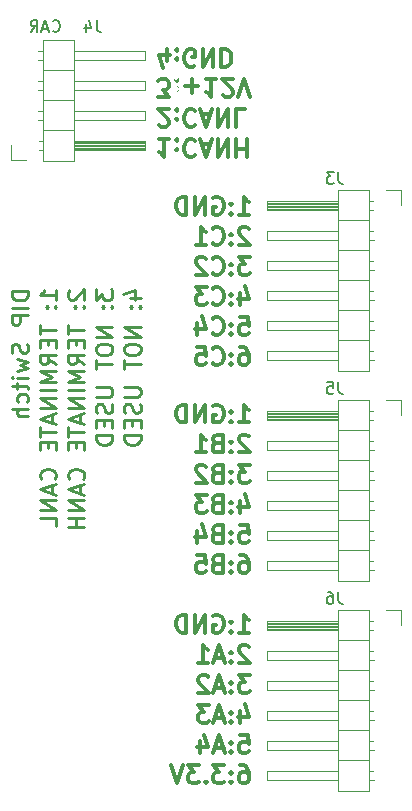
<source format=gbo>
G04 #@! TF.FileFunction,Legend,Bot*
%FSLAX46Y46*%
G04 Gerber Fmt 4.6, Leading zero omitted, Abs format (unit mm)*
G04 Created by KiCad (PCBNEW 4.0.7) date Saturday, May 19, 2018 'PMt' 08:47:35 PM*
%MOMM*%
%LPD*%
G01*
G04 APERTURE LIST*
%ADD10C,0.100000*%
%ADD11C,0.300000*%
%ADD12C,0.280000*%
%ADD13C,0.120000*%
%ADD14C,0.150000*%
%ADD15C,6.800000*%
%ADD16C,0.480000*%
%ADD17R,1.400000X1.400000*%
%ADD18O,1.400000X1.400000*%
%ADD19R,2.100000X2.100000*%
%ADD20O,2.100000X2.100000*%
%ADD21R,2.000000X2.000000*%
%ADD22O,2.000000X2.000000*%
G04 APERTURE END LIST*
D10*
D11*
X244057143Y-107303571D02*
X244914286Y-107303571D01*
X244485714Y-107303571D02*
X244485714Y-105803571D01*
X244628571Y-106017857D01*
X244771429Y-106160714D01*
X244914286Y-106232143D01*
X243414286Y-107160714D02*
X243342858Y-107232143D01*
X243414286Y-107303571D01*
X243485715Y-107232143D01*
X243414286Y-107160714D01*
X243414286Y-107303571D01*
X243414286Y-106375000D02*
X243342858Y-106446429D01*
X243414286Y-106517857D01*
X243485715Y-106446429D01*
X243414286Y-106375000D01*
X243414286Y-106517857D01*
X241914286Y-105875000D02*
X242057143Y-105803571D01*
X242271429Y-105803571D01*
X242485714Y-105875000D01*
X242628572Y-106017857D01*
X242700000Y-106160714D01*
X242771429Y-106446429D01*
X242771429Y-106660714D01*
X242700000Y-106946429D01*
X242628572Y-107089286D01*
X242485714Y-107232143D01*
X242271429Y-107303571D01*
X242128572Y-107303571D01*
X241914286Y-107232143D01*
X241842857Y-107160714D01*
X241842857Y-106660714D01*
X242128572Y-106660714D01*
X241200000Y-107303571D02*
X241200000Y-105803571D01*
X240342857Y-107303571D01*
X240342857Y-105803571D01*
X239628571Y-107303571D02*
X239628571Y-105803571D01*
X239271428Y-105803571D01*
X239057143Y-105875000D01*
X238914285Y-106017857D01*
X238842857Y-106160714D01*
X238771428Y-106446429D01*
X238771428Y-106660714D01*
X238842857Y-106946429D01*
X238914285Y-107089286D01*
X239057143Y-107232143D01*
X239271428Y-107303571D01*
X239628571Y-107303571D01*
X244914286Y-108496429D02*
X244842857Y-108425000D01*
X244700000Y-108353571D01*
X244342857Y-108353571D01*
X244200000Y-108425000D01*
X244128571Y-108496429D01*
X244057143Y-108639286D01*
X244057143Y-108782143D01*
X244128571Y-108996429D01*
X244985714Y-109853571D01*
X244057143Y-109853571D01*
X243414286Y-109710714D02*
X243342858Y-109782143D01*
X243414286Y-109853571D01*
X243485715Y-109782143D01*
X243414286Y-109710714D01*
X243414286Y-109853571D01*
X243414286Y-108925000D02*
X243342858Y-108996429D01*
X243414286Y-109067857D01*
X243485715Y-108996429D01*
X243414286Y-108925000D01*
X243414286Y-109067857D01*
X242771429Y-109425000D02*
X242057143Y-109425000D01*
X242914286Y-109853571D02*
X242414286Y-108353571D01*
X241914286Y-109853571D01*
X240628572Y-109853571D02*
X241485715Y-109853571D01*
X241057143Y-109853571D02*
X241057143Y-108353571D01*
X241200000Y-108567857D01*
X241342858Y-108710714D01*
X241485715Y-108782143D01*
X244985714Y-110903571D02*
X244057143Y-110903571D01*
X244557143Y-111475000D01*
X244342857Y-111475000D01*
X244200000Y-111546429D01*
X244128571Y-111617857D01*
X244057143Y-111760714D01*
X244057143Y-112117857D01*
X244128571Y-112260714D01*
X244200000Y-112332143D01*
X244342857Y-112403571D01*
X244771429Y-112403571D01*
X244914286Y-112332143D01*
X244985714Y-112260714D01*
X243414286Y-112260714D02*
X243342858Y-112332143D01*
X243414286Y-112403571D01*
X243485715Y-112332143D01*
X243414286Y-112260714D01*
X243414286Y-112403571D01*
X243414286Y-111475000D02*
X243342858Y-111546429D01*
X243414286Y-111617857D01*
X243485715Y-111546429D01*
X243414286Y-111475000D01*
X243414286Y-111617857D01*
X242771429Y-111975000D02*
X242057143Y-111975000D01*
X242914286Y-112403571D02*
X242414286Y-110903571D01*
X241914286Y-112403571D01*
X241485715Y-111046429D02*
X241414286Y-110975000D01*
X241271429Y-110903571D01*
X240914286Y-110903571D01*
X240771429Y-110975000D01*
X240700000Y-111046429D01*
X240628572Y-111189286D01*
X240628572Y-111332143D01*
X240700000Y-111546429D01*
X241557143Y-112403571D01*
X240628572Y-112403571D01*
X244200000Y-113953571D02*
X244200000Y-114953571D01*
X244557143Y-113382143D02*
X244914286Y-114453571D01*
X243985714Y-114453571D01*
X243414286Y-114810714D02*
X243342858Y-114882143D01*
X243414286Y-114953571D01*
X243485715Y-114882143D01*
X243414286Y-114810714D01*
X243414286Y-114953571D01*
X243414286Y-114025000D02*
X243342858Y-114096429D01*
X243414286Y-114167857D01*
X243485715Y-114096429D01*
X243414286Y-114025000D01*
X243414286Y-114167857D01*
X242771429Y-114525000D02*
X242057143Y-114525000D01*
X242914286Y-114953571D02*
X242414286Y-113453571D01*
X241914286Y-114953571D01*
X241557143Y-113453571D02*
X240628572Y-113453571D01*
X241128572Y-114025000D01*
X240914286Y-114025000D01*
X240771429Y-114096429D01*
X240700000Y-114167857D01*
X240628572Y-114310714D01*
X240628572Y-114667857D01*
X240700000Y-114810714D01*
X240771429Y-114882143D01*
X240914286Y-114953571D01*
X241342858Y-114953571D01*
X241485715Y-114882143D01*
X241557143Y-114810714D01*
X244128571Y-116003571D02*
X244842857Y-116003571D01*
X244914286Y-116717857D01*
X244842857Y-116646429D01*
X244700000Y-116575000D01*
X244342857Y-116575000D01*
X244200000Y-116646429D01*
X244128571Y-116717857D01*
X244057143Y-116860714D01*
X244057143Y-117217857D01*
X244128571Y-117360714D01*
X244200000Y-117432143D01*
X244342857Y-117503571D01*
X244700000Y-117503571D01*
X244842857Y-117432143D01*
X244914286Y-117360714D01*
X243414286Y-117360714D02*
X243342858Y-117432143D01*
X243414286Y-117503571D01*
X243485715Y-117432143D01*
X243414286Y-117360714D01*
X243414286Y-117503571D01*
X243414286Y-116575000D02*
X243342858Y-116646429D01*
X243414286Y-116717857D01*
X243485715Y-116646429D01*
X243414286Y-116575000D01*
X243414286Y-116717857D01*
X242771429Y-117075000D02*
X242057143Y-117075000D01*
X242914286Y-117503571D02*
X242414286Y-116003571D01*
X241914286Y-117503571D01*
X240771429Y-116503571D02*
X240771429Y-117503571D01*
X241128572Y-115932143D02*
X241485715Y-117003571D01*
X240557143Y-117003571D01*
X244200000Y-118553571D02*
X244485714Y-118553571D01*
X244628571Y-118625000D01*
X244700000Y-118696429D01*
X244842857Y-118910714D01*
X244914286Y-119196429D01*
X244914286Y-119767857D01*
X244842857Y-119910714D01*
X244771429Y-119982143D01*
X244628571Y-120053571D01*
X244342857Y-120053571D01*
X244200000Y-119982143D01*
X244128571Y-119910714D01*
X244057143Y-119767857D01*
X244057143Y-119410714D01*
X244128571Y-119267857D01*
X244200000Y-119196429D01*
X244342857Y-119125000D01*
X244628571Y-119125000D01*
X244771429Y-119196429D01*
X244842857Y-119267857D01*
X244914286Y-119410714D01*
X243414286Y-119910714D02*
X243342858Y-119982143D01*
X243414286Y-120053571D01*
X243485715Y-119982143D01*
X243414286Y-119910714D01*
X243414286Y-120053571D01*
X243414286Y-119125000D02*
X243342858Y-119196429D01*
X243414286Y-119267857D01*
X243485715Y-119196429D01*
X243414286Y-119125000D01*
X243414286Y-119267857D01*
X242842857Y-118553571D02*
X241914286Y-118553571D01*
X242414286Y-119125000D01*
X242200000Y-119125000D01*
X242057143Y-119196429D01*
X241985714Y-119267857D01*
X241914286Y-119410714D01*
X241914286Y-119767857D01*
X241985714Y-119910714D01*
X242057143Y-119982143D01*
X242200000Y-120053571D01*
X242628572Y-120053571D01*
X242771429Y-119982143D01*
X242842857Y-119910714D01*
X241271429Y-119910714D02*
X241200001Y-119982143D01*
X241271429Y-120053571D01*
X241342858Y-119982143D01*
X241271429Y-119910714D01*
X241271429Y-120053571D01*
X240700000Y-118553571D02*
X239771429Y-118553571D01*
X240271429Y-119125000D01*
X240057143Y-119125000D01*
X239914286Y-119196429D01*
X239842857Y-119267857D01*
X239771429Y-119410714D01*
X239771429Y-119767857D01*
X239842857Y-119910714D01*
X239914286Y-119982143D01*
X240057143Y-120053571D01*
X240485715Y-120053571D01*
X240628572Y-119982143D01*
X240700000Y-119910714D01*
X239342858Y-118553571D02*
X238842858Y-120053571D01*
X238342858Y-118553571D01*
X244057143Y-89503571D02*
X244914286Y-89503571D01*
X244485714Y-89503571D02*
X244485714Y-88003571D01*
X244628571Y-88217857D01*
X244771429Y-88360714D01*
X244914286Y-88432143D01*
X243414286Y-89360714D02*
X243342858Y-89432143D01*
X243414286Y-89503571D01*
X243485715Y-89432143D01*
X243414286Y-89360714D01*
X243414286Y-89503571D01*
X243414286Y-88575000D02*
X243342858Y-88646429D01*
X243414286Y-88717857D01*
X243485715Y-88646429D01*
X243414286Y-88575000D01*
X243414286Y-88717857D01*
X241914286Y-88075000D02*
X242057143Y-88003571D01*
X242271429Y-88003571D01*
X242485714Y-88075000D01*
X242628572Y-88217857D01*
X242700000Y-88360714D01*
X242771429Y-88646429D01*
X242771429Y-88860714D01*
X242700000Y-89146429D01*
X242628572Y-89289286D01*
X242485714Y-89432143D01*
X242271429Y-89503571D01*
X242128572Y-89503571D01*
X241914286Y-89432143D01*
X241842857Y-89360714D01*
X241842857Y-88860714D01*
X242128572Y-88860714D01*
X241200000Y-89503571D02*
X241200000Y-88003571D01*
X240342857Y-89503571D01*
X240342857Y-88003571D01*
X239628571Y-89503571D02*
X239628571Y-88003571D01*
X239271428Y-88003571D01*
X239057143Y-88075000D01*
X238914285Y-88217857D01*
X238842857Y-88360714D01*
X238771428Y-88646429D01*
X238771428Y-88860714D01*
X238842857Y-89146429D01*
X238914285Y-89289286D01*
X239057143Y-89432143D01*
X239271428Y-89503571D01*
X239628571Y-89503571D01*
X244914286Y-90696429D02*
X244842857Y-90625000D01*
X244700000Y-90553571D01*
X244342857Y-90553571D01*
X244200000Y-90625000D01*
X244128571Y-90696429D01*
X244057143Y-90839286D01*
X244057143Y-90982143D01*
X244128571Y-91196429D01*
X244985714Y-92053571D01*
X244057143Y-92053571D01*
X243414286Y-91910714D02*
X243342858Y-91982143D01*
X243414286Y-92053571D01*
X243485715Y-91982143D01*
X243414286Y-91910714D01*
X243414286Y-92053571D01*
X243414286Y-91125000D02*
X243342858Y-91196429D01*
X243414286Y-91267857D01*
X243485715Y-91196429D01*
X243414286Y-91125000D01*
X243414286Y-91267857D01*
X242200000Y-91267857D02*
X241985714Y-91339286D01*
X241914286Y-91410714D01*
X241842857Y-91553571D01*
X241842857Y-91767857D01*
X241914286Y-91910714D01*
X241985714Y-91982143D01*
X242128572Y-92053571D01*
X242700000Y-92053571D01*
X242700000Y-90553571D01*
X242200000Y-90553571D01*
X242057143Y-90625000D01*
X241985714Y-90696429D01*
X241914286Y-90839286D01*
X241914286Y-90982143D01*
X241985714Y-91125000D01*
X242057143Y-91196429D01*
X242200000Y-91267857D01*
X242700000Y-91267857D01*
X240414286Y-92053571D02*
X241271429Y-92053571D01*
X240842857Y-92053571D02*
X240842857Y-90553571D01*
X240985714Y-90767857D01*
X241128572Y-90910714D01*
X241271429Y-90982143D01*
X244985714Y-93103571D02*
X244057143Y-93103571D01*
X244557143Y-93675000D01*
X244342857Y-93675000D01*
X244200000Y-93746429D01*
X244128571Y-93817857D01*
X244057143Y-93960714D01*
X244057143Y-94317857D01*
X244128571Y-94460714D01*
X244200000Y-94532143D01*
X244342857Y-94603571D01*
X244771429Y-94603571D01*
X244914286Y-94532143D01*
X244985714Y-94460714D01*
X243414286Y-94460714D02*
X243342858Y-94532143D01*
X243414286Y-94603571D01*
X243485715Y-94532143D01*
X243414286Y-94460714D01*
X243414286Y-94603571D01*
X243414286Y-93675000D02*
X243342858Y-93746429D01*
X243414286Y-93817857D01*
X243485715Y-93746429D01*
X243414286Y-93675000D01*
X243414286Y-93817857D01*
X242200000Y-93817857D02*
X241985714Y-93889286D01*
X241914286Y-93960714D01*
X241842857Y-94103571D01*
X241842857Y-94317857D01*
X241914286Y-94460714D01*
X241985714Y-94532143D01*
X242128572Y-94603571D01*
X242700000Y-94603571D01*
X242700000Y-93103571D01*
X242200000Y-93103571D01*
X242057143Y-93175000D01*
X241985714Y-93246429D01*
X241914286Y-93389286D01*
X241914286Y-93532143D01*
X241985714Y-93675000D01*
X242057143Y-93746429D01*
X242200000Y-93817857D01*
X242700000Y-93817857D01*
X241271429Y-93246429D02*
X241200000Y-93175000D01*
X241057143Y-93103571D01*
X240700000Y-93103571D01*
X240557143Y-93175000D01*
X240485714Y-93246429D01*
X240414286Y-93389286D01*
X240414286Y-93532143D01*
X240485714Y-93746429D01*
X241342857Y-94603571D01*
X240414286Y-94603571D01*
X244200000Y-96153571D02*
X244200000Y-97153571D01*
X244557143Y-95582143D02*
X244914286Y-96653571D01*
X243985714Y-96653571D01*
X243414286Y-97010714D02*
X243342858Y-97082143D01*
X243414286Y-97153571D01*
X243485715Y-97082143D01*
X243414286Y-97010714D01*
X243414286Y-97153571D01*
X243414286Y-96225000D02*
X243342858Y-96296429D01*
X243414286Y-96367857D01*
X243485715Y-96296429D01*
X243414286Y-96225000D01*
X243414286Y-96367857D01*
X242200000Y-96367857D02*
X241985714Y-96439286D01*
X241914286Y-96510714D01*
X241842857Y-96653571D01*
X241842857Y-96867857D01*
X241914286Y-97010714D01*
X241985714Y-97082143D01*
X242128572Y-97153571D01*
X242700000Y-97153571D01*
X242700000Y-95653571D01*
X242200000Y-95653571D01*
X242057143Y-95725000D01*
X241985714Y-95796429D01*
X241914286Y-95939286D01*
X241914286Y-96082143D01*
X241985714Y-96225000D01*
X242057143Y-96296429D01*
X242200000Y-96367857D01*
X242700000Y-96367857D01*
X241342857Y-95653571D02*
X240414286Y-95653571D01*
X240914286Y-96225000D01*
X240700000Y-96225000D01*
X240557143Y-96296429D01*
X240485714Y-96367857D01*
X240414286Y-96510714D01*
X240414286Y-96867857D01*
X240485714Y-97010714D01*
X240557143Y-97082143D01*
X240700000Y-97153571D01*
X241128572Y-97153571D01*
X241271429Y-97082143D01*
X241342857Y-97010714D01*
X244128571Y-98203571D02*
X244842857Y-98203571D01*
X244914286Y-98917857D01*
X244842857Y-98846429D01*
X244700000Y-98775000D01*
X244342857Y-98775000D01*
X244200000Y-98846429D01*
X244128571Y-98917857D01*
X244057143Y-99060714D01*
X244057143Y-99417857D01*
X244128571Y-99560714D01*
X244200000Y-99632143D01*
X244342857Y-99703571D01*
X244700000Y-99703571D01*
X244842857Y-99632143D01*
X244914286Y-99560714D01*
X243414286Y-99560714D02*
X243342858Y-99632143D01*
X243414286Y-99703571D01*
X243485715Y-99632143D01*
X243414286Y-99560714D01*
X243414286Y-99703571D01*
X243414286Y-98775000D02*
X243342858Y-98846429D01*
X243414286Y-98917857D01*
X243485715Y-98846429D01*
X243414286Y-98775000D01*
X243414286Y-98917857D01*
X242200000Y-98917857D02*
X241985714Y-98989286D01*
X241914286Y-99060714D01*
X241842857Y-99203571D01*
X241842857Y-99417857D01*
X241914286Y-99560714D01*
X241985714Y-99632143D01*
X242128572Y-99703571D01*
X242700000Y-99703571D01*
X242700000Y-98203571D01*
X242200000Y-98203571D01*
X242057143Y-98275000D01*
X241985714Y-98346429D01*
X241914286Y-98489286D01*
X241914286Y-98632143D01*
X241985714Y-98775000D01*
X242057143Y-98846429D01*
X242200000Y-98917857D01*
X242700000Y-98917857D01*
X240557143Y-98703571D02*
X240557143Y-99703571D01*
X240914286Y-98132143D02*
X241271429Y-99203571D01*
X240342857Y-99203571D01*
X244200000Y-100753571D02*
X244485714Y-100753571D01*
X244628571Y-100825000D01*
X244700000Y-100896429D01*
X244842857Y-101110714D01*
X244914286Y-101396429D01*
X244914286Y-101967857D01*
X244842857Y-102110714D01*
X244771429Y-102182143D01*
X244628571Y-102253571D01*
X244342857Y-102253571D01*
X244200000Y-102182143D01*
X244128571Y-102110714D01*
X244057143Y-101967857D01*
X244057143Y-101610714D01*
X244128571Y-101467857D01*
X244200000Y-101396429D01*
X244342857Y-101325000D01*
X244628571Y-101325000D01*
X244771429Y-101396429D01*
X244842857Y-101467857D01*
X244914286Y-101610714D01*
X243414286Y-102110714D02*
X243342858Y-102182143D01*
X243414286Y-102253571D01*
X243485715Y-102182143D01*
X243414286Y-102110714D01*
X243414286Y-102253571D01*
X243414286Y-101325000D02*
X243342858Y-101396429D01*
X243414286Y-101467857D01*
X243485715Y-101396429D01*
X243414286Y-101325000D01*
X243414286Y-101467857D01*
X242200000Y-101467857D02*
X241985714Y-101539286D01*
X241914286Y-101610714D01*
X241842857Y-101753571D01*
X241842857Y-101967857D01*
X241914286Y-102110714D01*
X241985714Y-102182143D01*
X242128572Y-102253571D01*
X242700000Y-102253571D01*
X242700000Y-100753571D01*
X242200000Y-100753571D01*
X242057143Y-100825000D01*
X241985714Y-100896429D01*
X241914286Y-101039286D01*
X241914286Y-101182143D01*
X241985714Y-101325000D01*
X242057143Y-101396429D01*
X242200000Y-101467857D01*
X242700000Y-101467857D01*
X240485714Y-100753571D02*
X241200000Y-100753571D01*
X241271429Y-101467857D01*
X241200000Y-101396429D01*
X241057143Y-101325000D01*
X240700000Y-101325000D01*
X240557143Y-101396429D01*
X240485714Y-101467857D01*
X240414286Y-101610714D01*
X240414286Y-101967857D01*
X240485714Y-102110714D01*
X240557143Y-102182143D01*
X240700000Y-102253571D01*
X241057143Y-102253571D01*
X241200000Y-102182143D01*
X241271429Y-102110714D01*
X244057143Y-71903571D02*
X244914286Y-71903571D01*
X244485714Y-71903571D02*
X244485714Y-70403571D01*
X244628571Y-70617857D01*
X244771429Y-70760714D01*
X244914286Y-70832143D01*
X243414286Y-71760714D02*
X243342858Y-71832143D01*
X243414286Y-71903571D01*
X243485715Y-71832143D01*
X243414286Y-71760714D01*
X243414286Y-71903571D01*
X243414286Y-70975000D02*
X243342858Y-71046429D01*
X243414286Y-71117857D01*
X243485715Y-71046429D01*
X243414286Y-70975000D01*
X243414286Y-71117857D01*
X241914286Y-70475000D02*
X242057143Y-70403571D01*
X242271429Y-70403571D01*
X242485714Y-70475000D01*
X242628572Y-70617857D01*
X242700000Y-70760714D01*
X242771429Y-71046429D01*
X242771429Y-71260714D01*
X242700000Y-71546429D01*
X242628572Y-71689286D01*
X242485714Y-71832143D01*
X242271429Y-71903571D01*
X242128572Y-71903571D01*
X241914286Y-71832143D01*
X241842857Y-71760714D01*
X241842857Y-71260714D01*
X242128572Y-71260714D01*
X241200000Y-71903571D02*
X241200000Y-70403571D01*
X240342857Y-71903571D01*
X240342857Y-70403571D01*
X239628571Y-71903571D02*
X239628571Y-70403571D01*
X239271428Y-70403571D01*
X239057143Y-70475000D01*
X238914285Y-70617857D01*
X238842857Y-70760714D01*
X238771428Y-71046429D01*
X238771428Y-71260714D01*
X238842857Y-71546429D01*
X238914285Y-71689286D01*
X239057143Y-71832143D01*
X239271428Y-71903571D01*
X239628571Y-71903571D01*
X244914286Y-73096429D02*
X244842857Y-73025000D01*
X244700000Y-72953571D01*
X244342857Y-72953571D01*
X244200000Y-73025000D01*
X244128571Y-73096429D01*
X244057143Y-73239286D01*
X244057143Y-73382143D01*
X244128571Y-73596429D01*
X244985714Y-74453571D01*
X244057143Y-74453571D01*
X243414286Y-74310714D02*
X243342858Y-74382143D01*
X243414286Y-74453571D01*
X243485715Y-74382143D01*
X243414286Y-74310714D01*
X243414286Y-74453571D01*
X243414286Y-73525000D02*
X243342858Y-73596429D01*
X243414286Y-73667857D01*
X243485715Y-73596429D01*
X243414286Y-73525000D01*
X243414286Y-73667857D01*
X241842857Y-74310714D02*
X241914286Y-74382143D01*
X242128572Y-74453571D01*
X242271429Y-74453571D01*
X242485714Y-74382143D01*
X242628572Y-74239286D01*
X242700000Y-74096429D01*
X242771429Y-73810714D01*
X242771429Y-73596429D01*
X242700000Y-73310714D01*
X242628572Y-73167857D01*
X242485714Y-73025000D01*
X242271429Y-72953571D01*
X242128572Y-72953571D01*
X241914286Y-73025000D01*
X241842857Y-73096429D01*
X240414286Y-74453571D02*
X241271429Y-74453571D01*
X240842857Y-74453571D02*
X240842857Y-72953571D01*
X240985714Y-73167857D01*
X241128572Y-73310714D01*
X241271429Y-73382143D01*
X244985714Y-75503571D02*
X244057143Y-75503571D01*
X244557143Y-76075000D01*
X244342857Y-76075000D01*
X244200000Y-76146429D01*
X244128571Y-76217857D01*
X244057143Y-76360714D01*
X244057143Y-76717857D01*
X244128571Y-76860714D01*
X244200000Y-76932143D01*
X244342857Y-77003571D01*
X244771429Y-77003571D01*
X244914286Y-76932143D01*
X244985714Y-76860714D01*
X243414286Y-76860714D02*
X243342858Y-76932143D01*
X243414286Y-77003571D01*
X243485715Y-76932143D01*
X243414286Y-76860714D01*
X243414286Y-77003571D01*
X243414286Y-76075000D02*
X243342858Y-76146429D01*
X243414286Y-76217857D01*
X243485715Y-76146429D01*
X243414286Y-76075000D01*
X243414286Y-76217857D01*
X241842857Y-76860714D02*
X241914286Y-76932143D01*
X242128572Y-77003571D01*
X242271429Y-77003571D01*
X242485714Y-76932143D01*
X242628572Y-76789286D01*
X242700000Y-76646429D01*
X242771429Y-76360714D01*
X242771429Y-76146429D01*
X242700000Y-75860714D01*
X242628572Y-75717857D01*
X242485714Y-75575000D01*
X242271429Y-75503571D01*
X242128572Y-75503571D01*
X241914286Y-75575000D01*
X241842857Y-75646429D01*
X241271429Y-75646429D02*
X241200000Y-75575000D01*
X241057143Y-75503571D01*
X240700000Y-75503571D01*
X240557143Y-75575000D01*
X240485714Y-75646429D01*
X240414286Y-75789286D01*
X240414286Y-75932143D01*
X240485714Y-76146429D01*
X241342857Y-77003571D01*
X240414286Y-77003571D01*
X244200000Y-78553571D02*
X244200000Y-79553571D01*
X244557143Y-77982143D02*
X244914286Y-79053571D01*
X243985714Y-79053571D01*
X243414286Y-79410714D02*
X243342858Y-79482143D01*
X243414286Y-79553571D01*
X243485715Y-79482143D01*
X243414286Y-79410714D01*
X243414286Y-79553571D01*
X243414286Y-78625000D02*
X243342858Y-78696429D01*
X243414286Y-78767857D01*
X243485715Y-78696429D01*
X243414286Y-78625000D01*
X243414286Y-78767857D01*
X241842857Y-79410714D02*
X241914286Y-79482143D01*
X242128572Y-79553571D01*
X242271429Y-79553571D01*
X242485714Y-79482143D01*
X242628572Y-79339286D01*
X242700000Y-79196429D01*
X242771429Y-78910714D01*
X242771429Y-78696429D01*
X242700000Y-78410714D01*
X242628572Y-78267857D01*
X242485714Y-78125000D01*
X242271429Y-78053571D01*
X242128572Y-78053571D01*
X241914286Y-78125000D01*
X241842857Y-78196429D01*
X241342857Y-78053571D02*
X240414286Y-78053571D01*
X240914286Y-78625000D01*
X240700000Y-78625000D01*
X240557143Y-78696429D01*
X240485714Y-78767857D01*
X240414286Y-78910714D01*
X240414286Y-79267857D01*
X240485714Y-79410714D01*
X240557143Y-79482143D01*
X240700000Y-79553571D01*
X241128572Y-79553571D01*
X241271429Y-79482143D01*
X241342857Y-79410714D01*
X244128571Y-80603571D02*
X244842857Y-80603571D01*
X244914286Y-81317857D01*
X244842857Y-81246429D01*
X244700000Y-81175000D01*
X244342857Y-81175000D01*
X244200000Y-81246429D01*
X244128571Y-81317857D01*
X244057143Y-81460714D01*
X244057143Y-81817857D01*
X244128571Y-81960714D01*
X244200000Y-82032143D01*
X244342857Y-82103571D01*
X244700000Y-82103571D01*
X244842857Y-82032143D01*
X244914286Y-81960714D01*
X243414286Y-81960714D02*
X243342858Y-82032143D01*
X243414286Y-82103571D01*
X243485715Y-82032143D01*
X243414286Y-81960714D01*
X243414286Y-82103571D01*
X243414286Y-81175000D02*
X243342858Y-81246429D01*
X243414286Y-81317857D01*
X243485715Y-81246429D01*
X243414286Y-81175000D01*
X243414286Y-81317857D01*
X241842857Y-81960714D02*
X241914286Y-82032143D01*
X242128572Y-82103571D01*
X242271429Y-82103571D01*
X242485714Y-82032143D01*
X242628572Y-81889286D01*
X242700000Y-81746429D01*
X242771429Y-81460714D01*
X242771429Y-81246429D01*
X242700000Y-80960714D01*
X242628572Y-80817857D01*
X242485714Y-80675000D01*
X242271429Y-80603571D01*
X242128572Y-80603571D01*
X241914286Y-80675000D01*
X241842857Y-80746429D01*
X240557143Y-81103571D02*
X240557143Y-82103571D01*
X240914286Y-80532143D02*
X241271429Y-81603571D01*
X240342857Y-81603571D01*
X244200000Y-83153571D02*
X244485714Y-83153571D01*
X244628571Y-83225000D01*
X244700000Y-83296429D01*
X244842857Y-83510714D01*
X244914286Y-83796429D01*
X244914286Y-84367857D01*
X244842857Y-84510714D01*
X244771429Y-84582143D01*
X244628571Y-84653571D01*
X244342857Y-84653571D01*
X244200000Y-84582143D01*
X244128571Y-84510714D01*
X244057143Y-84367857D01*
X244057143Y-84010714D01*
X244128571Y-83867857D01*
X244200000Y-83796429D01*
X244342857Y-83725000D01*
X244628571Y-83725000D01*
X244771429Y-83796429D01*
X244842857Y-83867857D01*
X244914286Y-84010714D01*
X243414286Y-84510714D02*
X243342858Y-84582143D01*
X243414286Y-84653571D01*
X243485715Y-84582143D01*
X243414286Y-84510714D01*
X243414286Y-84653571D01*
X243414286Y-83725000D02*
X243342858Y-83796429D01*
X243414286Y-83867857D01*
X243485715Y-83796429D01*
X243414286Y-83725000D01*
X243414286Y-83867857D01*
X241842857Y-84510714D02*
X241914286Y-84582143D01*
X242128572Y-84653571D01*
X242271429Y-84653571D01*
X242485714Y-84582143D01*
X242628572Y-84439286D01*
X242700000Y-84296429D01*
X242771429Y-84010714D01*
X242771429Y-83796429D01*
X242700000Y-83510714D01*
X242628572Y-83367857D01*
X242485714Y-83225000D01*
X242271429Y-83153571D01*
X242128572Y-83153571D01*
X241914286Y-83225000D01*
X241842857Y-83296429D01*
X240485714Y-83153571D02*
X241200000Y-83153571D01*
X241271429Y-83867857D01*
X241200000Y-83796429D01*
X241057143Y-83725000D01*
X240700000Y-83725000D01*
X240557143Y-83796429D01*
X240485714Y-83867857D01*
X240414286Y-84010714D01*
X240414286Y-84367857D01*
X240485714Y-84510714D01*
X240557143Y-84582143D01*
X240700000Y-84653571D01*
X241057143Y-84653571D01*
X241200000Y-84582143D01*
X241271429Y-84510714D01*
X238142857Y-65546429D02*
X237285714Y-65546429D01*
X237714286Y-65546429D02*
X237714286Y-67046429D01*
X237571429Y-66832143D01*
X237428571Y-66689286D01*
X237285714Y-66617857D01*
X238785714Y-65689286D02*
X238857142Y-65617857D01*
X238785714Y-65546429D01*
X238714285Y-65617857D01*
X238785714Y-65689286D01*
X238785714Y-65546429D01*
X238785714Y-66475000D02*
X238857142Y-66403571D01*
X238785714Y-66332143D01*
X238714285Y-66403571D01*
X238785714Y-66475000D01*
X238785714Y-66332143D01*
X240357143Y-65689286D02*
X240285714Y-65617857D01*
X240071428Y-65546429D01*
X239928571Y-65546429D01*
X239714286Y-65617857D01*
X239571428Y-65760714D01*
X239500000Y-65903571D01*
X239428571Y-66189286D01*
X239428571Y-66403571D01*
X239500000Y-66689286D01*
X239571428Y-66832143D01*
X239714286Y-66975000D01*
X239928571Y-67046429D01*
X240071428Y-67046429D01*
X240285714Y-66975000D01*
X240357143Y-66903571D01*
X240928571Y-65975000D02*
X241642857Y-65975000D01*
X240785714Y-65546429D02*
X241285714Y-67046429D01*
X241785714Y-65546429D01*
X242285714Y-65546429D02*
X242285714Y-67046429D01*
X243142857Y-65546429D01*
X243142857Y-67046429D01*
X243857143Y-65546429D02*
X243857143Y-67046429D01*
X243857143Y-66332143D02*
X244714286Y-66332143D01*
X244714286Y-65546429D02*
X244714286Y-67046429D01*
X237285714Y-64353571D02*
X237357143Y-64425000D01*
X237500000Y-64496429D01*
X237857143Y-64496429D01*
X238000000Y-64425000D01*
X238071429Y-64353571D01*
X238142857Y-64210714D01*
X238142857Y-64067857D01*
X238071429Y-63853571D01*
X237214286Y-62996429D01*
X238142857Y-62996429D01*
X238785714Y-63139286D02*
X238857142Y-63067857D01*
X238785714Y-62996429D01*
X238714285Y-63067857D01*
X238785714Y-63139286D01*
X238785714Y-62996429D01*
X238785714Y-63925000D02*
X238857142Y-63853571D01*
X238785714Y-63782143D01*
X238714285Y-63853571D01*
X238785714Y-63925000D01*
X238785714Y-63782143D01*
X240357143Y-63139286D02*
X240285714Y-63067857D01*
X240071428Y-62996429D01*
X239928571Y-62996429D01*
X239714286Y-63067857D01*
X239571428Y-63210714D01*
X239500000Y-63353571D01*
X239428571Y-63639286D01*
X239428571Y-63853571D01*
X239500000Y-64139286D01*
X239571428Y-64282143D01*
X239714286Y-64425000D01*
X239928571Y-64496429D01*
X240071428Y-64496429D01*
X240285714Y-64425000D01*
X240357143Y-64353571D01*
X240928571Y-63425000D02*
X241642857Y-63425000D01*
X240785714Y-62996429D02*
X241285714Y-64496429D01*
X241785714Y-62996429D01*
X242285714Y-62996429D02*
X242285714Y-64496429D01*
X243142857Y-62996429D01*
X243142857Y-64496429D01*
X244571429Y-62996429D02*
X243857143Y-62996429D01*
X243857143Y-64496429D01*
X237214286Y-61946429D02*
X238142857Y-61946429D01*
X237642857Y-61375000D01*
X237857143Y-61375000D01*
X238000000Y-61303571D01*
X238071429Y-61232143D01*
X238142857Y-61089286D01*
X238142857Y-60732143D01*
X238071429Y-60589286D01*
X238000000Y-60517857D01*
X237857143Y-60446429D01*
X237428571Y-60446429D01*
X237285714Y-60517857D01*
X237214286Y-60589286D01*
X238785714Y-60589286D02*
X238857142Y-60517857D01*
X238785714Y-60446429D01*
X238714285Y-60517857D01*
X238785714Y-60589286D01*
X238785714Y-60446429D01*
X238785714Y-61375000D02*
X238857142Y-61303571D01*
X238785714Y-61232143D01*
X238714285Y-61303571D01*
X238785714Y-61375000D01*
X238785714Y-61232143D01*
X239500000Y-61017857D02*
X240642857Y-61017857D01*
X240071428Y-60446429D02*
X240071428Y-61589286D01*
X242142857Y-60446429D02*
X241285714Y-60446429D01*
X241714286Y-60446429D02*
X241714286Y-61946429D01*
X241571429Y-61732143D01*
X241428571Y-61589286D01*
X241285714Y-61517857D01*
X242714285Y-61803571D02*
X242785714Y-61875000D01*
X242928571Y-61946429D01*
X243285714Y-61946429D01*
X243428571Y-61875000D01*
X243500000Y-61803571D01*
X243571428Y-61660714D01*
X243571428Y-61517857D01*
X243500000Y-61303571D01*
X242642857Y-60446429D01*
X243571428Y-60446429D01*
X243999999Y-61946429D02*
X244499999Y-60446429D01*
X244999999Y-61946429D01*
X238000000Y-58896429D02*
X238000000Y-57896429D01*
X237642857Y-59467857D02*
X237285714Y-58396429D01*
X238214286Y-58396429D01*
X238785714Y-58039286D02*
X238857142Y-57967857D01*
X238785714Y-57896429D01*
X238714285Y-57967857D01*
X238785714Y-58039286D01*
X238785714Y-57896429D01*
X238785714Y-58825000D02*
X238857142Y-58753571D01*
X238785714Y-58682143D01*
X238714285Y-58753571D01*
X238785714Y-58825000D01*
X238785714Y-58682143D01*
X240285714Y-59325000D02*
X240142857Y-59396429D01*
X239928571Y-59396429D01*
X239714286Y-59325000D01*
X239571428Y-59182143D01*
X239500000Y-59039286D01*
X239428571Y-58753571D01*
X239428571Y-58539286D01*
X239500000Y-58253571D01*
X239571428Y-58110714D01*
X239714286Y-57967857D01*
X239928571Y-57896429D01*
X240071428Y-57896429D01*
X240285714Y-57967857D01*
X240357143Y-58039286D01*
X240357143Y-58539286D01*
X240071428Y-58539286D01*
X241000000Y-57896429D02*
X241000000Y-59396429D01*
X241857143Y-57896429D01*
X241857143Y-59396429D01*
X242571429Y-57896429D02*
X242571429Y-59396429D01*
X242928572Y-59396429D01*
X243142857Y-59325000D01*
X243285715Y-59182143D01*
X243357143Y-59039286D01*
X243428572Y-58753571D01*
X243428572Y-58539286D01*
X243357143Y-58253571D01*
X243285715Y-58110714D01*
X243142857Y-57967857D01*
X242928572Y-57896429D01*
X242571429Y-57896429D01*
D12*
X226223333Y-78383333D02*
X224823333Y-78383333D01*
X224823333Y-78716667D01*
X224890000Y-78916667D01*
X225023333Y-79050000D01*
X225156667Y-79116667D01*
X225423333Y-79183333D01*
X225623333Y-79183333D01*
X225890000Y-79116667D01*
X226023333Y-79050000D01*
X226156667Y-78916667D01*
X226223333Y-78716667D01*
X226223333Y-78383333D01*
X226223333Y-79783333D02*
X224823333Y-79783333D01*
X226223333Y-80450000D02*
X224823333Y-80450000D01*
X224823333Y-80983334D01*
X224890000Y-81116667D01*
X224956667Y-81183334D01*
X225090000Y-81250000D01*
X225290000Y-81250000D01*
X225423333Y-81183334D01*
X225490000Y-81116667D01*
X225556667Y-80983334D01*
X225556667Y-80450000D01*
X226156667Y-82850001D02*
X226223333Y-83050001D01*
X226223333Y-83383334D01*
X226156667Y-83516667D01*
X226090000Y-83583334D01*
X225956667Y-83650001D01*
X225823333Y-83650001D01*
X225690000Y-83583334D01*
X225623333Y-83516667D01*
X225556667Y-83383334D01*
X225490000Y-83116667D01*
X225423333Y-82983334D01*
X225356667Y-82916667D01*
X225223333Y-82850001D01*
X225090000Y-82850001D01*
X224956667Y-82916667D01*
X224890000Y-82983334D01*
X224823333Y-83116667D01*
X224823333Y-83450001D01*
X224890000Y-83650001D01*
X225290000Y-84116667D02*
X226223333Y-84383334D01*
X225556667Y-84650000D01*
X226223333Y-84916667D01*
X225290000Y-85183334D01*
X226223333Y-85716667D02*
X225290000Y-85716667D01*
X224823333Y-85716667D02*
X224890000Y-85650001D01*
X224956667Y-85716667D01*
X224890000Y-85783334D01*
X224823333Y-85716667D01*
X224956667Y-85716667D01*
X225290000Y-86183334D02*
X225290000Y-86716668D01*
X224823333Y-86383334D02*
X226023333Y-86383334D01*
X226156667Y-86450001D01*
X226223333Y-86583334D01*
X226223333Y-86716668D01*
X226156667Y-87783334D02*
X226223333Y-87650001D01*
X226223333Y-87383334D01*
X226156667Y-87250001D01*
X226090000Y-87183334D01*
X225956667Y-87116668D01*
X225556667Y-87116668D01*
X225423333Y-87183334D01*
X225356667Y-87250001D01*
X225290000Y-87383334D01*
X225290000Y-87650001D01*
X225356667Y-87783334D01*
X226223333Y-88383334D02*
X224823333Y-88383334D01*
X226223333Y-88983334D02*
X225490000Y-88983334D01*
X225356667Y-88916668D01*
X225290000Y-88783334D01*
X225290000Y-88583334D01*
X225356667Y-88450001D01*
X225423333Y-88383334D01*
X228603333Y-79116667D02*
X228603333Y-78316667D01*
X228603333Y-78716667D02*
X227203333Y-78716667D01*
X227403333Y-78583333D01*
X227536667Y-78450000D01*
X227603333Y-78316667D01*
X228470000Y-79716666D02*
X228536667Y-79783333D01*
X228603333Y-79716666D01*
X228536667Y-79650000D01*
X228470000Y-79716666D01*
X228603333Y-79716666D01*
X227736667Y-79716666D02*
X227803333Y-79783333D01*
X227870000Y-79716666D01*
X227803333Y-79650000D01*
X227736667Y-79716666D01*
X227870000Y-79716666D01*
X227203333Y-81250000D02*
X227203333Y-82050000D01*
X228603333Y-81650000D02*
X227203333Y-81650000D01*
X227870000Y-82516667D02*
X227870000Y-82983334D01*
X228603333Y-83183334D02*
X228603333Y-82516667D01*
X227203333Y-82516667D01*
X227203333Y-83183334D01*
X228603333Y-84583334D02*
X227936667Y-84116668D01*
X228603333Y-83783334D02*
X227203333Y-83783334D01*
X227203333Y-84316668D01*
X227270000Y-84450001D01*
X227336667Y-84516668D01*
X227470000Y-84583334D01*
X227670000Y-84583334D01*
X227803333Y-84516668D01*
X227870000Y-84450001D01*
X227936667Y-84316668D01*
X227936667Y-83783334D01*
X228603333Y-85183334D02*
X227203333Y-85183334D01*
X228203333Y-85650001D01*
X227203333Y-86116668D01*
X228603333Y-86116668D01*
X228603333Y-86783334D02*
X227203333Y-86783334D01*
X228603333Y-87450001D02*
X227203333Y-87450001D01*
X228603333Y-88250001D01*
X227203333Y-88250001D01*
X228203333Y-88850002D02*
X228203333Y-89516668D01*
X228603333Y-88716668D02*
X227203333Y-89183335D01*
X228603333Y-89650002D01*
X227203333Y-89916668D02*
X227203333Y-90716668D01*
X228603333Y-90316668D02*
X227203333Y-90316668D01*
X227870000Y-91183335D02*
X227870000Y-91650002D01*
X228603333Y-91850002D02*
X228603333Y-91183335D01*
X227203333Y-91183335D01*
X227203333Y-91850002D01*
X228470000Y-94316669D02*
X228536667Y-94250003D01*
X228603333Y-94050003D01*
X228603333Y-93916669D01*
X228536667Y-93716669D01*
X228403333Y-93583336D01*
X228270000Y-93516669D01*
X228003333Y-93450003D01*
X227803333Y-93450003D01*
X227536667Y-93516669D01*
X227403333Y-93583336D01*
X227270000Y-93716669D01*
X227203333Y-93916669D01*
X227203333Y-94050003D01*
X227270000Y-94250003D01*
X227336667Y-94316669D01*
X228203333Y-94850003D02*
X228203333Y-95516669D01*
X228603333Y-94716669D02*
X227203333Y-95183336D01*
X228603333Y-95650003D01*
X228603333Y-96116669D02*
X227203333Y-96116669D01*
X228603333Y-96916669D01*
X227203333Y-96916669D01*
X228603333Y-98250003D02*
X228603333Y-97583336D01*
X227203333Y-97583336D01*
X229716667Y-78316667D02*
X229650000Y-78383333D01*
X229583333Y-78516667D01*
X229583333Y-78850000D01*
X229650000Y-78983333D01*
X229716667Y-79050000D01*
X229850000Y-79116667D01*
X229983333Y-79116667D01*
X230183333Y-79050000D01*
X230983333Y-78250000D01*
X230983333Y-79116667D01*
X230850000Y-79716666D02*
X230916667Y-79783333D01*
X230983333Y-79716666D01*
X230916667Y-79650000D01*
X230850000Y-79716666D01*
X230983333Y-79716666D01*
X230116667Y-79716666D02*
X230183333Y-79783333D01*
X230250000Y-79716666D01*
X230183333Y-79650000D01*
X230116667Y-79716666D01*
X230250000Y-79716666D01*
X229583333Y-81250000D02*
X229583333Y-82050000D01*
X230983333Y-81650000D02*
X229583333Y-81650000D01*
X230250000Y-82516667D02*
X230250000Y-82983334D01*
X230983333Y-83183334D02*
X230983333Y-82516667D01*
X229583333Y-82516667D01*
X229583333Y-83183334D01*
X230983333Y-84583334D02*
X230316667Y-84116668D01*
X230983333Y-83783334D02*
X229583333Y-83783334D01*
X229583333Y-84316668D01*
X229650000Y-84450001D01*
X229716667Y-84516668D01*
X229850000Y-84583334D01*
X230050000Y-84583334D01*
X230183333Y-84516668D01*
X230250000Y-84450001D01*
X230316667Y-84316668D01*
X230316667Y-83783334D01*
X230983333Y-85183334D02*
X229583333Y-85183334D01*
X230583333Y-85650001D01*
X229583333Y-86116668D01*
X230983333Y-86116668D01*
X230983333Y-86783334D02*
X229583333Y-86783334D01*
X230983333Y-87450001D02*
X229583333Y-87450001D01*
X230983333Y-88250001D01*
X229583333Y-88250001D01*
X230583333Y-88850002D02*
X230583333Y-89516668D01*
X230983333Y-88716668D02*
X229583333Y-89183335D01*
X230983333Y-89650002D01*
X229583333Y-89916668D02*
X229583333Y-90716668D01*
X230983333Y-90316668D02*
X229583333Y-90316668D01*
X230250000Y-91183335D02*
X230250000Y-91650002D01*
X230983333Y-91850002D02*
X230983333Y-91183335D01*
X229583333Y-91183335D01*
X229583333Y-91850002D01*
X230850000Y-94316669D02*
X230916667Y-94250003D01*
X230983333Y-94050003D01*
X230983333Y-93916669D01*
X230916667Y-93716669D01*
X230783333Y-93583336D01*
X230650000Y-93516669D01*
X230383333Y-93450003D01*
X230183333Y-93450003D01*
X229916667Y-93516669D01*
X229783333Y-93583336D01*
X229650000Y-93716669D01*
X229583333Y-93916669D01*
X229583333Y-94050003D01*
X229650000Y-94250003D01*
X229716667Y-94316669D01*
X230583333Y-94850003D02*
X230583333Y-95516669D01*
X230983333Y-94716669D02*
X229583333Y-95183336D01*
X230983333Y-95650003D01*
X230983333Y-96116669D02*
X229583333Y-96116669D01*
X230983333Y-96916669D01*
X229583333Y-96916669D01*
X230983333Y-97583336D02*
X229583333Y-97583336D01*
X230250000Y-97583336D02*
X230250000Y-98383336D01*
X230983333Y-98383336D02*
X229583333Y-98383336D01*
X231963333Y-78250000D02*
X231963333Y-79116667D01*
X232496667Y-78650000D01*
X232496667Y-78850000D01*
X232563333Y-78983333D01*
X232630000Y-79050000D01*
X232763333Y-79116667D01*
X233096667Y-79116667D01*
X233230000Y-79050000D01*
X233296667Y-78983333D01*
X233363333Y-78850000D01*
X233363333Y-78450000D01*
X233296667Y-78316667D01*
X233230000Y-78250000D01*
X233230000Y-79716666D02*
X233296667Y-79783333D01*
X233363333Y-79716666D01*
X233296667Y-79650000D01*
X233230000Y-79716666D01*
X233363333Y-79716666D01*
X232496667Y-79716666D02*
X232563333Y-79783333D01*
X232630000Y-79716666D01*
X232563333Y-79650000D01*
X232496667Y-79716666D01*
X232630000Y-79716666D01*
X233363333Y-81450000D02*
X231963333Y-81450000D01*
X233363333Y-82250000D01*
X231963333Y-82250000D01*
X231963333Y-83183334D02*
X231963333Y-83450001D01*
X232030000Y-83583334D01*
X232163333Y-83716667D01*
X232430000Y-83783334D01*
X232896667Y-83783334D01*
X233163333Y-83716667D01*
X233296667Y-83583334D01*
X233363333Y-83450001D01*
X233363333Y-83183334D01*
X233296667Y-83050001D01*
X233163333Y-82916667D01*
X232896667Y-82850001D01*
X232430000Y-82850001D01*
X232163333Y-82916667D01*
X232030000Y-83050001D01*
X231963333Y-83183334D01*
X231963333Y-84183334D02*
X231963333Y-84983334D01*
X233363333Y-84583334D02*
X231963333Y-84583334D01*
X231963333Y-86516668D02*
X233096667Y-86516668D01*
X233230000Y-86583335D01*
X233296667Y-86650002D01*
X233363333Y-86783335D01*
X233363333Y-87050002D01*
X233296667Y-87183335D01*
X233230000Y-87250002D01*
X233096667Y-87316668D01*
X231963333Y-87316668D01*
X233296667Y-87916669D02*
X233363333Y-88116669D01*
X233363333Y-88450002D01*
X233296667Y-88583335D01*
X233230000Y-88650002D01*
X233096667Y-88716669D01*
X232963333Y-88716669D01*
X232830000Y-88650002D01*
X232763333Y-88583335D01*
X232696667Y-88450002D01*
X232630000Y-88183335D01*
X232563333Y-88050002D01*
X232496667Y-87983335D01*
X232363333Y-87916669D01*
X232230000Y-87916669D01*
X232096667Y-87983335D01*
X232030000Y-88050002D01*
X231963333Y-88183335D01*
X231963333Y-88516669D01*
X232030000Y-88716669D01*
X232630000Y-89316668D02*
X232630000Y-89783335D01*
X233363333Y-89983335D02*
X233363333Y-89316668D01*
X231963333Y-89316668D01*
X231963333Y-89983335D01*
X233363333Y-90583335D02*
X231963333Y-90583335D01*
X231963333Y-90916669D01*
X232030000Y-91116669D01*
X232163333Y-91250002D01*
X232296667Y-91316669D01*
X232563333Y-91383335D01*
X232763333Y-91383335D01*
X233030000Y-91316669D01*
X233163333Y-91250002D01*
X233296667Y-91116669D01*
X233363333Y-90916669D01*
X233363333Y-90583335D01*
X234810000Y-78983333D02*
X235743333Y-78983333D01*
X234276667Y-78650000D02*
X235276667Y-78316667D01*
X235276667Y-79183333D01*
X235610000Y-79716666D02*
X235676667Y-79783333D01*
X235743333Y-79716666D01*
X235676667Y-79650000D01*
X235610000Y-79716666D01*
X235743333Y-79716666D01*
X234876667Y-79716666D02*
X234943333Y-79783333D01*
X235010000Y-79716666D01*
X234943333Y-79650000D01*
X234876667Y-79716666D01*
X235010000Y-79716666D01*
X235743333Y-81450000D02*
X234343333Y-81450000D01*
X235743333Y-82250000D01*
X234343333Y-82250000D01*
X234343333Y-83183334D02*
X234343333Y-83450001D01*
X234410000Y-83583334D01*
X234543333Y-83716667D01*
X234810000Y-83783334D01*
X235276667Y-83783334D01*
X235543333Y-83716667D01*
X235676667Y-83583334D01*
X235743333Y-83450001D01*
X235743333Y-83183334D01*
X235676667Y-83050001D01*
X235543333Y-82916667D01*
X235276667Y-82850001D01*
X234810000Y-82850001D01*
X234543333Y-82916667D01*
X234410000Y-83050001D01*
X234343333Y-83183334D01*
X234343333Y-84183334D02*
X234343333Y-84983334D01*
X235743333Y-84583334D02*
X234343333Y-84583334D01*
X234343333Y-86516668D02*
X235476667Y-86516668D01*
X235610000Y-86583335D01*
X235676667Y-86650002D01*
X235743333Y-86783335D01*
X235743333Y-87050002D01*
X235676667Y-87183335D01*
X235610000Y-87250002D01*
X235476667Y-87316668D01*
X234343333Y-87316668D01*
X235676667Y-87916669D02*
X235743333Y-88116669D01*
X235743333Y-88450002D01*
X235676667Y-88583335D01*
X235610000Y-88650002D01*
X235476667Y-88716669D01*
X235343333Y-88716669D01*
X235210000Y-88650002D01*
X235143333Y-88583335D01*
X235076667Y-88450002D01*
X235010000Y-88183335D01*
X234943333Y-88050002D01*
X234876667Y-87983335D01*
X234743333Y-87916669D01*
X234610000Y-87916669D01*
X234476667Y-87983335D01*
X234410000Y-88050002D01*
X234343333Y-88183335D01*
X234343333Y-88516669D01*
X234410000Y-88716669D01*
X235010000Y-89316668D02*
X235010000Y-89783335D01*
X235743333Y-89983335D02*
X235743333Y-89316668D01*
X234343333Y-89316668D01*
X234343333Y-89983335D01*
X235743333Y-90583335D02*
X234343333Y-90583335D01*
X234343333Y-90916669D01*
X234410000Y-91116669D01*
X234543333Y-91250002D01*
X234676667Y-91316669D01*
X234943333Y-91383335D01*
X235143333Y-91383335D01*
X235410000Y-91316669D01*
X235543333Y-91250002D01*
X235676667Y-91116669D01*
X235743333Y-90916669D01*
X235743333Y-90583335D01*
D13*
X227440000Y-67370000D02*
X227440000Y-57090000D01*
X227440000Y-57090000D02*
X230100000Y-57090000D01*
X230100000Y-57090000D02*
X230100000Y-67370000D01*
X230100000Y-67370000D02*
X227440000Y-67370000D01*
X230100000Y-66420000D02*
X236100000Y-66420000D01*
X236100000Y-66420000D02*
X236100000Y-65660000D01*
X236100000Y-65660000D02*
X230100000Y-65660000D01*
X230100000Y-66360000D02*
X236100000Y-66360000D01*
X230100000Y-66240000D02*
X236100000Y-66240000D01*
X230100000Y-66120000D02*
X236100000Y-66120000D01*
X230100000Y-66000000D02*
X236100000Y-66000000D01*
X230100000Y-65880000D02*
X236100000Y-65880000D01*
X230100000Y-65760000D02*
X236100000Y-65760000D01*
X227110000Y-66420000D02*
X227440000Y-66420000D01*
X227110000Y-65660000D02*
X227440000Y-65660000D01*
X227440000Y-64770000D02*
X230100000Y-64770000D01*
X230100000Y-63880000D02*
X236100000Y-63880000D01*
X236100000Y-63880000D02*
X236100000Y-63120000D01*
X236100000Y-63120000D02*
X230100000Y-63120000D01*
X227042929Y-63880000D02*
X227440000Y-63880000D01*
X227042929Y-63120000D02*
X227440000Y-63120000D01*
X227440000Y-62230000D02*
X230100000Y-62230000D01*
X230100000Y-61340000D02*
X236100000Y-61340000D01*
X236100000Y-61340000D02*
X236100000Y-60580000D01*
X236100000Y-60580000D02*
X230100000Y-60580000D01*
X227042929Y-61340000D02*
X227440000Y-61340000D01*
X227042929Y-60580000D02*
X227440000Y-60580000D01*
X227440000Y-59690000D02*
X230100000Y-59690000D01*
X230100000Y-58800000D02*
X236100000Y-58800000D01*
X236100000Y-58800000D02*
X236100000Y-58040000D01*
X236100000Y-58040000D02*
X230100000Y-58040000D01*
X227042929Y-58800000D02*
X227440000Y-58800000D01*
X227042929Y-58040000D02*
X227440000Y-58040000D01*
X224730000Y-66040000D02*
X224730000Y-67310000D01*
X224730000Y-67310000D02*
X226000000Y-67310000D01*
X255100000Y-69790000D02*
X255100000Y-85150000D01*
X255100000Y-85150000D02*
X252440000Y-85150000D01*
X252440000Y-85150000D02*
X252440000Y-69790000D01*
X252440000Y-69790000D02*
X255100000Y-69790000D01*
X252440000Y-70740000D02*
X246440000Y-70740000D01*
X246440000Y-70740000D02*
X246440000Y-71500000D01*
X246440000Y-71500000D02*
X252440000Y-71500000D01*
X252440000Y-70800000D02*
X246440000Y-70800000D01*
X252440000Y-70920000D02*
X246440000Y-70920000D01*
X252440000Y-71040000D02*
X246440000Y-71040000D01*
X252440000Y-71160000D02*
X246440000Y-71160000D01*
X252440000Y-71280000D02*
X246440000Y-71280000D01*
X252440000Y-71400000D02*
X246440000Y-71400000D01*
X255430000Y-70740000D02*
X255100000Y-70740000D01*
X255430000Y-71500000D02*
X255100000Y-71500000D01*
X255100000Y-72390000D02*
X252440000Y-72390000D01*
X252440000Y-73280000D02*
X246440000Y-73280000D01*
X246440000Y-73280000D02*
X246440000Y-74040000D01*
X246440000Y-74040000D02*
X252440000Y-74040000D01*
X255497071Y-73280000D02*
X255100000Y-73280000D01*
X255497071Y-74040000D02*
X255100000Y-74040000D01*
X255100000Y-74930000D02*
X252440000Y-74930000D01*
X252440000Y-75820000D02*
X246440000Y-75820000D01*
X246440000Y-75820000D02*
X246440000Y-76580000D01*
X246440000Y-76580000D02*
X252440000Y-76580000D01*
X255497071Y-75820000D02*
X255100000Y-75820000D01*
X255497071Y-76580000D02*
X255100000Y-76580000D01*
X255100000Y-77470000D02*
X252440000Y-77470000D01*
X252440000Y-78360000D02*
X246440000Y-78360000D01*
X246440000Y-78360000D02*
X246440000Y-79120000D01*
X246440000Y-79120000D02*
X252440000Y-79120000D01*
X255497071Y-78360000D02*
X255100000Y-78360000D01*
X255497071Y-79120000D02*
X255100000Y-79120000D01*
X255100000Y-80010000D02*
X252440000Y-80010000D01*
X252440000Y-80900000D02*
X246440000Y-80900000D01*
X246440000Y-80900000D02*
X246440000Y-81660000D01*
X246440000Y-81660000D02*
X252440000Y-81660000D01*
X255497071Y-80900000D02*
X255100000Y-80900000D01*
X255497071Y-81660000D02*
X255100000Y-81660000D01*
X255100000Y-82550000D02*
X252440000Y-82550000D01*
X252440000Y-83440000D02*
X246440000Y-83440000D01*
X246440000Y-83440000D02*
X246440000Y-84200000D01*
X246440000Y-84200000D02*
X252440000Y-84200000D01*
X255497071Y-83440000D02*
X255100000Y-83440000D01*
X255497071Y-84200000D02*
X255100000Y-84200000D01*
X257810000Y-71120000D02*
X257810000Y-69850000D01*
X257810000Y-69850000D02*
X256540000Y-69850000D01*
X255100000Y-87570000D02*
X255100000Y-102930000D01*
X255100000Y-102930000D02*
X252440000Y-102930000D01*
X252440000Y-102930000D02*
X252440000Y-87570000D01*
X252440000Y-87570000D02*
X255100000Y-87570000D01*
X252440000Y-88520000D02*
X246440000Y-88520000D01*
X246440000Y-88520000D02*
X246440000Y-89280000D01*
X246440000Y-89280000D02*
X252440000Y-89280000D01*
X252440000Y-88580000D02*
X246440000Y-88580000D01*
X252440000Y-88700000D02*
X246440000Y-88700000D01*
X252440000Y-88820000D02*
X246440000Y-88820000D01*
X252440000Y-88940000D02*
X246440000Y-88940000D01*
X252440000Y-89060000D02*
X246440000Y-89060000D01*
X252440000Y-89180000D02*
X246440000Y-89180000D01*
X255430000Y-88520000D02*
X255100000Y-88520000D01*
X255430000Y-89280000D02*
X255100000Y-89280000D01*
X255100000Y-90170000D02*
X252440000Y-90170000D01*
X252440000Y-91060000D02*
X246440000Y-91060000D01*
X246440000Y-91060000D02*
X246440000Y-91820000D01*
X246440000Y-91820000D02*
X252440000Y-91820000D01*
X255497071Y-91060000D02*
X255100000Y-91060000D01*
X255497071Y-91820000D02*
X255100000Y-91820000D01*
X255100000Y-92710000D02*
X252440000Y-92710000D01*
X252440000Y-93600000D02*
X246440000Y-93600000D01*
X246440000Y-93600000D02*
X246440000Y-94360000D01*
X246440000Y-94360000D02*
X252440000Y-94360000D01*
X255497071Y-93600000D02*
X255100000Y-93600000D01*
X255497071Y-94360000D02*
X255100000Y-94360000D01*
X255100000Y-95250000D02*
X252440000Y-95250000D01*
X252440000Y-96140000D02*
X246440000Y-96140000D01*
X246440000Y-96140000D02*
X246440000Y-96900000D01*
X246440000Y-96900000D02*
X252440000Y-96900000D01*
X255497071Y-96140000D02*
X255100000Y-96140000D01*
X255497071Y-96900000D02*
X255100000Y-96900000D01*
X255100000Y-97790000D02*
X252440000Y-97790000D01*
X252440000Y-98680000D02*
X246440000Y-98680000D01*
X246440000Y-98680000D02*
X246440000Y-99440000D01*
X246440000Y-99440000D02*
X252440000Y-99440000D01*
X255497071Y-98680000D02*
X255100000Y-98680000D01*
X255497071Y-99440000D02*
X255100000Y-99440000D01*
X255100000Y-100330000D02*
X252440000Y-100330000D01*
X252440000Y-101220000D02*
X246440000Y-101220000D01*
X246440000Y-101220000D02*
X246440000Y-101980000D01*
X246440000Y-101980000D02*
X252440000Y-101980000D01*
X255497071Y-101220000D02*
X255100000Y-101220000D01*
X255497071Y-101980000D02*
X255100000Y-101980000D01*
X257810000Y-88900000D02*
X257810000Y-87630000D01*
X257810000Y-87630000D02*
X256540000Y-87630000D01*
X255100000Y-105350000D02*
X255100000Y-120710000D01*
X255100000Y-120710000D02*
X252440000Y-120710000D01*
X252440000Y-120710000D02*
X252440000Y-105350000D01*
X252440000Y-105350000D02*
X255100000Y-105350000D01*
X252440000Y-106300000D02*
X246440000Y-106300000D01*
X246440000Y-106300000D02*
X246440000Y-107060000D01*
X246440000Y-107060000D02*
X252440000Y-107060000D01*
X252440000Y-106360000D02*
X246440000Y-106360000D01*
X252440000Y-106480000D02*
X246440000Y-106480000D01*
X252440000Y-106600000D02*
X246440000Y-106600000D01*
X252440000Y-106720000D02*
X246440000Y-106720000D01*
X252440000Y-106840000D02*
X246440000Y-106840000D01*
X252440000Y-106960000D02*
X246440000Y-106960000D01*
X255430000Y-106300000D02*
X255100000Y-106300000D01*
X255430000Y-107060000D02*
X255100000Y-107060000D01*
X255100000Y-107950000D02*
X252440000Y-107950000D01*
X252440000Y-108840000D02*
X246440000Y-108840000D01*
X246440000Y-108840000D02*
X246440000Y-109600000D01*
X246440000Y-109600000D02*
X252440000Y-109600000D01*
X255497071Y-108840000D02*
X255100000Y-108840000D01*
X255497071Y-109600000D02*
X255100000Y-109600000D01*
X255100000Y-110490000D02*
X252440000Y-110490000D01*
X252440000Y-111380000D02*
X246440000Y-111380000D01*
X246440000Y-111380000D02*
X246440000Y-112140000D01*
X246440000Y-112140000D02*
X252440000Y-112140000D01*
X255497071Y-111380000D02*
X255100000Y-111380000D01*
X255497071Y-112140000D02*
X255100000Y-112140000D01*
X255100000Y-113030000D02*
X252440000Y-113030000D01*
X252440000Y-113920000D02*
X246440000Y-113920000D01*
X246440000Y-113920000D02*
X246440000Y-114680000D01*
X246440000Y-114680000D02*
X252440000Y-114680000D01*
X255497071Y-113920000D02*
X255100000Y-113920000D01*
X255497071Y-114680000D02*
X255100000Y-114680000D01*
X255100000Y-115570000D02*
X252440000Y-115570000D01*
X252440000Y-116460000D02*
X246440000Y-116460000D01*
X246440000Y-116460000D02*
X246440000Y-117220000D01*
X246440000Y-117220000D02*
X252440000Y-117220000D01*
X255497071Y-116460000D02*
X255100000Y-116460000D01*
X255497071Y-117220000D02*
X255100000Y-117220000D01*
X255100000Y-118110000D02*
X252440000Y-118110000D01*
X252440000Y-119000000D02*
X246440000Y-119000000D01*
X246440000Y-119000000D02*
X246440000Y-119760000D01*
X246440000Y-119760000D02*
X252440000Y-119760000D01*
X255497071Y-119000000D02*
X255100000Y-119000000D01*
X255497071Y-119760000D02*
X255100000Y-119760000D01*
X257810000Y-106680000D02*
X257810000Y-105410000D01*
X257810000Y-105410000D02*
X256540000Y-105410000D01*
D14*
X232013333Y-55452381D02*
X232013333Y-56166667D01*
X232060953Y-56309524D01*
X232156191Y-56404762D01*
X232299048Y-56452381D01*
X232394286Y-56452381D01*
X231108571Y-55785714D02*
X231108571Y-56452381D01*
X231346667Y-55404762D02*
X231584762Y-56119048D01*
X230965714Y-56119048D01*
X228299047Y-56357143D02*
X228346666Y-56404762D01*
X228489523Y-56452381D01*
X228584761Y-56452381D01*
X228727619Y-56404762D01*
X228822857Y-56309524D01*
X228870476Y-56214286D01*
X228918095Y-56023810D01*
X228918095Y-55880952D01*
X228870476Y-55690476D01*
X228822857Y-55595238D01*
X228727619Y-55500000D01*
X228584761Y-55452381D01*
X228489523Y-55452381D01*
X228346666Y-55500000D01*
X228299047Y-55547619D01*
X227918095Y-56166667D02*
X227441904Y-56166667D01*
X228013333Y-56452381D02*
X227680000Y-55452381D01*
X227346666Y-56452381D01*
X226441904Y-56452381D02*
X226775238Y-55976190D01*
X227013333Y-56452381D02*
X227013333Y-55452381D01*
X226632380Y-55452381D01*
X226537142Y-55500000D01*
X226489523Y-55547619D01*
X226441904Y-55642857D01*
X226441904Y-55785714D01*
X226489523Y-55880952D01*
X226537142Y-55928571D01*
X226632380Y-55976190D01*
X227013333Y-55976190D01*
X252488333Y-68302381D02*
X252488333Y-69016667D01*
X252535953Y-69159524D01*
X252631191Y-69254762D01*
X252774048Y-69302381D01*
X252869286Y-69302381D01*
X252107381Y-68302381D02*
X251488333Y-68302381D01*
X251821667Y-68683333D01*
X251678809Y-68683333D01*
X251583571Y-68730952D01*
X251535952Y-68778571D01*
X251488333Y-68873810D01*
X251488333Y-69111905D01*
X251535952Y-69207143D01*
X251583571Y-69254762D01*
X251678809Y-69302381D01*
X251964524Y-69302381D01*
X252059762Y-69254762D01*
X252107381Y-69207143D01*
X252488333Y-86082381D02*
X252488333Y-86796667D01*
X252535953Y-86939524D01*
X252631191Y-87034762D01*
X252774048Y-87082381D01*
X252869286Y-87082381D01*
X251535952Y-86082381D02*
X252012143Y-86082381D01*
X252059762Y-86558571D01*
X252012143Y-86510952D01*
X251916905Y-86463333D01*
X251678809Y-86463333D01*
X251583571Y-86510952D01*
X251535952Y-86558571D01*
X251488333Y-86653810D01*
X251488333Y-86891905D01*
X251535952Y-86987143D01*
X251583571Y-87034762D01*
X251678809Y-87082381D01*
X251916905Y-87082381D01*
X252012143Y-87034762D01*
X252059762Y-86987143D01*
X252488333Y-103862381D02*
X252488333Y-104576667D01*
X252535953Y-104719524D01*
X252631191Y-104814762D01*
X252774048Y-104862381D01*
X252869286Y-104862381D01*
X251583571Y-103862381D02*
X251774048Y-103862381D01*
X251869286Y-103910000D01*
X251916905Y-103957619D01*
X252012143Y-104100476D01*
X252059762Y-104290952D01*
X252059762Y-104671905D01*
X252012143Y-104767143D01*
X251964524Y-104814762D01*
X251869286Y-104862381D01*
X251678809Y-104862381D01*
X251583571Y-104814762D01*
X251535952Y-104767143D01*
X251488333Y-104671905D01*
X251488333Y-104433810D01*
X251535952Y-104338571D01*
X251583571Y-104290952D01*
X251678809Y-104243333D01*
X251869286Y-104243333D01*
X251964524Y-104290952D01*
X252012143Y-104338571D01*
X252059762Y-104433810D01*
%LPC*%
D15*
X227200000Y-117800000D03*
D16*
X238750000Y-61250000D03*
X238750000Y-62200000D03*
X238750000Y-60300000D03*
D17*
X230990000Y-108410000D03*
D18*
X229720000Y-108410000D03*
X230990000Y-107140000D03*
X229720000Y-107140000D03*
X230990000Y-105870000D03*
X229720000Y-105870000D03*
X230990000Y-104600000D03*
X229720000Y-104600000D03*
X230990000Y-103330000D03*
X229720000Y-103330000D03*
D19*
X226000000Y-66040000D03*
D20*
X226000000Y-63500000D03*
X226000000Y-60960000D03*
X226000000Y-58420000D03*
D21*
X248920000Y-66040000D03*
D22*
X256540000Y-58420000D03*
X251460000Y-66040000D03*
X254000000Y-58420000D03*
X254000000Y-66040000D03*
X251460000Y-58420000D03*
X256540000Y-66040000D03*
X248920000Y-58420000D03*
D19*
X256540000Y-71120000D03*
D20*
X256540000Y-73660000D03*
X256540000Y-76200000D03*
X256540000Y-78740000D03*
X256540000Y-81280000D03*
X256540000Y-83820000D03*
D19*
X256540000Y-88900000D03*
D20*
X256540000Y-91440000D03*
X256540000Y-93980000D03*
X256540000Y-96520000D03*
X256540000Y-99060000D03*
X256540000Y-101600000D03*
D19*
X256540000Y-106680000D03*
D20*
X256540000Y-109220000D03*
X256540000Y-111760000D03*
X256540000Y-114300000D03*
X256540000Y-116840000D03*
X256540000Y-119380000D03*
D15*
X227000000Y-72000000D03*
M02*

</source>
